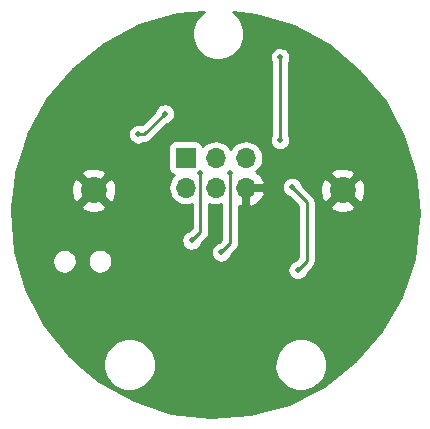
<source format=gbr>
G04 #@! TF.FileFunction,Copper,L2,Bot,Signal*
%FSLAX46Y46*%
G04 Gerber Fmt 4.6, Leading zero omitted, Abs format (unit mm)*
G04 Created by KiCad (PCBNEW 4.0.6) date 08/10/17 10:11:21*
%MOMM*%
%LPD*%
G01*
G04 APERTURE LIST*
%ADD10C,0.100000*%
%ADD11C,2.199640*%
%ADD12R,1.700000X1.700000*%
%ADD13O,1.700000X1.700000*%
%ADD14C,0.500000*%
%ADD15C,0.250000*%
G04 APERTURE END LIST*
D10*
D11*
X156541000Y-86250000D03*
X135459000Y-86250000D03*
D12*
X143250000Y-83500000D03*
D13*
X143250000Y-86040000D03*
X145790000Y-83500000D03*
X145790000Y-86040000D03*
X148330000Y-83500000D03*
X148330000Y-86040000D03*
D14*
X152250000Y-86000000D03*
X152750000Y-93000000D03*
X144500000Y-84750000D03*
X143750000Y-90500000D03*
X147000000Y-84750000D03*
X146250000Y-91500000D03*
X139250000Y-81500000D03*
X141500000Y-79750000D03*
X151250000Y-75000000D03*
X151250000Y-82000000D03*
D15*
X153500000Y-87250000D02*
X152250000Y-86000000D01*
X153500000Y-92250000D02*
X153500000Y-87250000D01*
X152750000Y-93000000D02*
X153500000Y-92250000D01*
X144500000Y-89750000D02*
X144500000Y-84750000D01*
X143750000Y-90500000D02*
X144500000Y-89750000D01*
X147000000Y-90750000D02*
X147000000Y-84750000D01*
X146250000Y-91500000D02*
X147000000Y-90750000D01*
X139750000Y-81500000D02*
X139250000Y-81500000D01*
X141500000Y-79750000D02*
X139750000Y-81500000D01*
X151250000Y-82000000D02*
X151250000Y-75000000D01*
G36*
X144598935Y-71257426D02*
X144287150Y-71562748D01*
X144040607Y-71922815D01*
X143868697Y-72323911D01*
X143777968Y-72750759D01*
X143771875Y-73187101D01*
X143850651Y-73616316D01*
X144011294Y-74022056D01*
X144247687Y-74388866D01*
X144550825Y-74702775D01*
X144909162Y-74951825D01*
X145309048Y-75126531D01*
X145735253Y-75220238D01*
X146171541Y-75229377D01*
X146601296Y-75153600D01*
X146807619Y-75073572D01*
X150373850Y-75073572D01*
X150404826Y-75242350D01*
X150467995Y-75401896D01*
X150500000Y-75451558D01*
X150500000Y-81546517D01*
X150479521Y-81576426D01*
X150411922Y-81734146D01*
X150376245Y-81901993D01*
X150373850Y-82073572D01*
X150404826Y-82242350D01*
X150467995Y-82401896D01*
X150560950Y-82546134D01*
X150680151Y-82669570D01*
X150821057Y-82767503D01*
X150978302Y-82836201D01*
X151145895Y-82873049D01*
X151317454Y-82876643D01*
X151486443Y-82846845D01*
X151646427Y-82784792D01*
X151791311Y-82692846D01*
X151915576Y-82574510D01*
X152014490Y-82434290D01*
X152084284Y-82277529D01*
X152122301Y-82110197D01*
X152125038Y-81914202D01*
X152091708Y-81745873D01*
X152026318Y-81587225D01*
X152000000Y-81547613D01*
X152000000Y-75454831D01*
X152014490Y-75434290D01*
X152084284Y-75277529D01*
X152122301Y-75110197D01*
X152125038Y-74914202D01*
X152091708Y-74745873D01*
X152026318Y-74587225D01*
X151931358Y-74444298D01*
X151810445Y-74322539D01*
X151668185Y-74226583D01*
X151509997Y-74160087D01*
X151341905Y-74125583D01*
X151170313Y-74124385D01*
X151001756Y-74156539D01*
X150842654Y-74220820D01*
X150699069Y-74314780D01*
X150576468Y-74434839D01*
X150479521Y-74576426D01*
X150411922Y-74734146D01*
X150376245Y-74901993D01*
X150373850Y-75073572D01*
X146807619Y-75073572D01*
X147008147Y-74995792D01*
X147376599Y-74761966D01*
X147692616Y-74461027D01*
X147944162Y-74104438D01*
X148121655Y-73705781D01*
X148218336Y-73280241D01*
X148225296Y-72781808D01*
X148140535Y-72353734D01*
X147974242Y-71950277D01*
X147732750Y-71586803D01*
X147425259Y-71277158D01*
X147272912Y-71174399D01*
X149213255Y-71378337D01*
X152424355Y-72372338D01*
X155381230Y-73971114D01*
X157971255Y-76113769D01*
X160095776Y-78718689D01*
X161673871Y-81686654D01*
X162645430Y-84904615D01*
X162973448Y-88250000D01*
X162966733Y-88730907D01*
X162545434Y-92065829D01*
X161484403Y-95255407D01*
X159824053Y-98178152D01*
X157627626Y-100722736D01*
X154978785Y-102792238D01*
X151978422Y-104307831D01*
X148740820Y-105211785D01*
X145389299Y-105469671D01*
X142051517Y-105071664D01*
X138854609Y-104032926D01*
X135920345Y-102393021D01*
X134503394Y-101187101D01*
X136271875Y-101187101D01*
X136350651Y-101616316D01*
X136511294Y-102022056D01*
X136747687Y-102388866D01*
X137050825Y-102702775D01*
X137409162Y-102951825D01*
X137809048Y-103126531D01*
X138235253Y-103220238D01*
X138671541Y-103229377D01*
X139101296Y-103153600D01*
X139508147Y-102995792D01*
X139876599Y-102761966D01*
X140192616Y-102461027D01*
X140444162Y-102104438D01*
X140621655Y-101705781D01*
X140718336Y-101280241D01*
X140719636Y-101187101D01*
X150771875Y-101187101D01*
X150850651Y-101616316D01*
X151011294Y-102022056D01*
X151247687Y-102388866D01*
X151550825Y-102702775D01*
X151909162Y-102951825D01*
X152309048Y-103126531D01*
X152735253Y-103220238D01*
X153171541Y-103229377D01*
X153601296Y-103153600D01*
X154008147Y-102995792D01*
X154376599Y-102761966D01*
X154692616Y-102461027D01*
X154944162Y-102104438D01*
X155121655Y-101705781D01*
X155218336Y-101280241D01*
X155225296Y-100781808D01*
X155140535Y-100353734D01*
X154974242Y-99950277D01*
X154732750Y-99586803D01*
X154425259Y-99277158D01*
X154063480Y-99033135D01*
X153661193Y-98864029D01*
X153233722Y-98776282D01*
X152797349Y-98773235D01*
X152368694Y-98855006D01*
X151964085Y-99018478D01*
X151598935Y-99257426D01*
X151287150Y-99562748D01*
X151040607Y-99922815D01*
X150868697Y-100323911D01*
X150777968Y-100750759D01*
X150771875Y-101187101D01*
X140719636Y-101187101D01*
X140725296Y-100781808D01*
X140640535Y-100353734D01*
X140474242Y-99950277D01*
X140232750Y-99586803D01*
X139925259Y-99277158D01*
X139563480Y-99033135D01*
X139161193Y-98864029D01*
X138733722Y-98776282D01*
X138297349Y-98773235D01*
X137868694Y-98855006D01*
X137464085Y-99018478D01*
X137098935Y-99257426D01*
X136787150Y-99562748D01*
X136540607Y-99922815D01*
X136368697Y-100323911D01*
X136277968Y-100750759D01*
X136271875Y-101187101D01*
X134503394Y-101187101D01*
X133360488Y-100214412D01*
X131272545Y-97580083D01*
X129736043Y-94590374D01*
X129090268Y-92338287D01*
X131948619Y-92338287D01*
X131985791Y-92540820D01*
X132061594Y-92732275D01*
X132173140Y-92905361D01*
X132316181Y-93053485D01*
X132485269Y-93171003D01*
X132673962Y-93253442D01*
X132875074Y-93297659D01*
X133080945Y-93301971D01*
X133283732Y-93266215D01*
X133475712Y-93191750D01*
X133649573Y-93081415D01*
X133798691Y-92939412D01*
X133917388Y-92771149D01*
X134001141Y-92583035D01*
X134046761Y-92382237D01*
X134047374Y-92338287D01*
X134948619Y-92338287D01*
X134985791Y-92540820D01*
X135061594Y-92732275D01*
X135173140Y-92905361D01*
X135316181Y-93053485D01*
X135485269Y-93171003D01*
X135673962Y-93253442D01*
X135875074Y-93297659D01*
X136080945Y-93301971D01*
X136283732Y-93266215D01*
X136475712Y-93191750D01*
X136649573Y-93081415D01*
X136798691Y-92939412D01*
X136917388Y-92771149D01*
X137001141Y-92583035D01*
X137046761Y-92382237D01*
X137050046Y-92147042D01*
X137010050Y-91945048D01*
X136931581Y-91754669D01*
X136817629Y-91583158D01*
X136672534Y-91437046D01*
X136501822Y-91321900D01*
X136311996Y-91242104D01*
X136110286Y-91200699D01*
X135904375Y-91199261D01*
X135702107Y-91237846D01*
X135511185Y-91314983D01*
X135338882Y-91427735D01*
X135191761Y-91571807D01*
X135075425Y-91741711D01*
X134994307Y-91930975D01*
X134951494Y-92132391D01*
X134948619Y-92338287D01*
X134047374Y-92338287D01*
X134050046Y-92147042D01*
X134010050Y-91945048D01*
X133931581Y-91754669D01*
X133817629Y-91583158D01*
X133672534Y-91437046D01*
X133501822Y-91321900D01*
X133311996Y-91242104D01*
X133110286Y-91200699D01*
X132904375Y-91199261D01*
X132702107Y-91237846D01*
X132511185Y-91314983D01*
X132338882Y-91427735D01*
X132191761Y-91571807D01*
X132075425Y-91741711D01*
X131994307Y-91930975D01*
X131951494Y-92132391D01*
X131948619Y-92338287D01*
X129090268Y-92338287D01*
X128809508Y-91359162D01*
X128528231Y-88009523D01*
X128571867Y-87620494D01*
X134406704Y-87620494D01*
X134511893Y-87936375D01*
X134859086Y-88088744D01*
X135229335Y-88170450D01*
X135608408Y-88178354D01*
X135981741Y-88112154D01*
X136334984Y-87974391D01*
X136406107Y-87936375D01*
X136511296Y-87620494D01*
X135459000Y-86568198D01*
X134406704Y-87620494D01*
X128571867Y-87620494D01*
X128708834Y-86399408D01*
X133530646Y-86399408D01*
X133596846Y-86772741D01*
X133734609Y-87125984D01*
X133772625Y-87197107D01*
X134088506Y-87302296D01*
X135140802Y-86250000D01*
X135777198Y-86250000D01*
X136829494Y-87302296D01*
X137145375Y-87197107D01*
X137297744Y-86849914D01*
X137379450Y-86479665D01*
X137387354Y-86100592D01*
X137321154Y-85727259D01*
X137183391Y-85374016D01*
X137145375Y-85302893D01*
X136829494Y-85197704D01*
X135777198Y-86250000D01*
X135140802Y-86250000D01*
X134088506Y-85197704D01*
X133772625Y-85302893D01*
X133620256Y-85650086D01*
X133538550Y-86020335D01*
X133530646Y-86399408D01*
X128708834Y-86399408D01*
X128879318Y-84879506D01*
X134406704Y-84879506D01*
X135459000Y-85931802D01*
X136511296Y-84879506D01*
X136406107Y-84563625D01*
X136058914Y-84411256D01*
X135688665Y-84329550D01*
X135309592Y-84321646D01*
X134936259Y-84387846D01*
X134583016Y-84525609D01*
X134511893Y-84563625D01*
X134406704Y-84879506D01*
X128879318Y-84879506D01*
X128902926Y-84669044D01*
X129543403Y-82650000D01*
X141771976Y-82650000D01*
X141771976Y-84350000D01*
X141779913Y-84449529D01*
X141832191Y-84618341D01*
X141929429Y-84765905D01*
X142063927Y-84880537D01*
X142225037Y-84953160D01*
X142246383Y-84956193D01*
X142217997Y-84979016D01*
X142032958Y-85199537D01*
X141894275Y-85451799D01*
X141807232Y-85726193D01*
X141775144Y-86012269D01*
X141775000Y-86032863D01*
X141775000Y-86047137D01*
X141803091Y-86333633D01*
X141886295Y-86609216D01*
X142021441Y-86863390D01*
X142203383Y-87086472D01*
X142425190Y-87269967D01*
X142678415Y-87406885D01*
X142953410Y-87492010D01*
X143239703Y-87522101D01*
X143526387Y-87496011D01*
X143750000Y-87430198D01*
X143750000Y-89439340D01*
X143540119Y-89649221D01*
X143501756Y-89656539D01*
X143342654Y-89720820D01*
X143199069Y-89814780D01*
X143076468Y-89934839D01*
X142979521Y-90076426D01*
X142911922Y-90234146D01*
X142876245Y-90401993D01*
X142873850Y-90573572D01*
X142904826Y-90742350D01*
X142967995Y-90901896D01*
X143060950Y-91046134D01*
X143180151Y-91169570D01*
X143321057Y-91267503D01*
X143478302Y-91336201D01*
X143645895Y-91373049D01*
X143817454Y-91376643D01*
X143986443Y-91346845D01*
X144146427Y-91284792D01*
X144291311Y-91192846D01*
X144415576Y-91074510D01*
X144514490Y-90934290D01*
X144584284Y-90777529D01*
X144599322Y-90711338D01*
X145030330Y-90280330D01*
X145074267Y-90226840D01*
X145118835Y-90173725D01*
X145120736Y-90170267D01*
X145123238Y-90167221D01*
X145155972Y-90106174D01*
X145189352Y-90045456D01*
X145190544Y-90041698D01*
X145192408Y-90038222D01*
X145212668Y-89971954D01*
X145233611Y-89905934D01*
X145234050Y-89902016D01*
X145235204Y-89898243D01*
X145242209Y-89829284D01*
X145249927Y-89760472D01*
X145249981Y-89752769D01*
X145249996Y-89752618D01*
X145249983Y-89752478D01*
X145250000Y-89750000D01*
X145250000Y-87416662D01*
X145493410Y-87492010D01*
X145779703Y-87522101D01*
X146066387Y-87496011D01*
X146250000Y-87441971D01*
X146250000Y-90439340D01*
X146040119Y-90649221D01*
X146001756Y-90656539D01*
X145842654Y-90720820D01*
X145699069Y-90814780D01*
X145576468Y-90934839D01*
X145479521Y-91076426D01*
X145411922Y-91234146D01*
X145376245Y-91401993D01*
X145373850Y-91573572D01*
X145404826Y-91742350D01*
X145467995Y-91901896D01*
X145560950Y-92046134D01*
X145680151Y-92169570D01*
X145821057Y-92267503D01*
X145978302Y-92336201D01*
X146145895Y-92373049D01*
X146317454Y-92376643D01*
X146486443Y-92346845D01*
X146646427Y-92284792D01*
X146791311Y-92192846D01*
X146915576Y-92074510D01*
X147014490Y-91934290D01*
X147084284Y-91777529D01*
X147099322Y-91711338D01*
X147530330Y-91280330D01*
X147574267Y-91226840D01*
X147618835Y-91173725D01*
X147620736Y-91170267D01*
X147623238Y-91167221D01*
X147655972Y-91106174D01*
X147689352Y-91045456D01*
X147690544Y-91041698D01*
X147692408Y-91038222D01*
X147712668Y-90971954D01*
X147733611Y-90905934D01*
X147734050Y-90902016D01*
X147735204Y-90898243D01*
X147742209Y-90829284D01*
X147749927Y-90760472D01*
X147749981Y-90752769D01*
X147749996Y-90752618D01*
X147749983Y-90752478D01*
X147750000Y-90750000D01*
X147750000Y-87604232D01*
X147839429Y-87641559D01*
X147848117Y-87644186D01*
X148105000Y-87491414D01*
X148105000Y-86265000D01*
X148555000Y-86265000D01*
X148555000Y-87491414D01*
X148811883Y-87644186D01*
X148820571Y-87641559D01*
X149123593Y-87515080D01*
X149396118Y-87331914D01*
X149627673Y-87099101D01*
X149809359Y-86825587D01*
X149934194Y-86521884D01*
X149783577Y-86265000D01*
X148555000Y-86265000D01*
X148105000Y-86265000D01*
X148085000Y-86265000D01*
X148085000Y-86073572D01*
X151373850Y-86073572D01*
X151404826Y-86242350D01*
X151467995Y-86401896D01*
X151560950Y-86546134D01*
X151680151Y-86669570D01*
X151821057Y-86767503D01*
X151978302Y-86836201D01*
X152038854Y-86849514D01*
X152750000Y-87560660D01*
X152750000Y-91939340D01*
X152540119Y-92149221D01*
X152501756Y-92156539D01*
X152342654Y-92220820D01*
X152199069Y-92314780D01*
X152076468Y-92434839D01*
X151979521Y-92576426D01*
X151911922Y-92734146D01*
X151876245Y-92901993D01*
X151873850Y-93073572D01*
X151904826Y-93242350D01*
X151967995Y-93401896D01*
X152060950Y-93546134D01*
X152180151Y-93669570D01*
X152321057Y-93767503D01*
X152478302Y-93836201D01*
X152645895Y-93873049D01*
X152817454Y-93876643D01*
X152986443Y-93846845D01*
X153146427Y-93784792D01*
X153291311Y-93692846D01*
X153415576Y-93574510D01*
X153514490Y-93434290D01*
X153584284Y-93277529D01*
X153599322Y-93211338D01*
X154030330Y-92780330D01*
X154074267Y-92726840D01*
X154118835Y-92673725D01*
X154120736Y-92670267D01*
X154123238Y-92667221D01*
X154155972Y-92606174D01*
X154189352Y-92545456D01*
X154190544Y-92541698D01*
X154192408Y-92538222D01*
X154212668Y-92471954D01*
X154233611Y-92405934D01*
X154234050Y-92402016D01*
X154235204Y-92398243D01*
X154242209Y-92329284D01*
X154249927Y-92260472D01*
X154249981Y-92252769D01*
X154249996Y-92252618D01*
X154249983Y-92252478D01*
X154250000Y-92250000D01*
X154250000Y-87620494D01*
X155488704Y-87620494D01*
X155593893Y-87936375D01*
X155941086Y-88088744D01*
X156311335Y-88170450D01*
X156690408Y-88178354D01*
X157063741Y-88112154D01*
X157416984Y-87974391D01*
X157488107Y-87936375D01*
X157593296Y-87620494D01*
X156541000Y-86568198D01*
X155488704Y-87620494D01*
X154250000Y-87620494D01*
X154250000Y-87250000D01*
X154243243Y-87181093D01*
X154237201Y-87112036D01*
X154236101Y-87108249D01*
X154235716Y-87104324D01*
X154215681Y-87037963D01*
X154196364Y-86971474D01*
X154194551Y-86967977D01*
X154193410Y-86964197D01*
X154160861Y-86902982D01*
X154129003Y-86841521D01*
X154126543Y-86838440D01*
X154124691Y-86834956D01*
X154080893Y-86781254D01*
X154037683Y-86727126D01*
X154032272Y-86721639D01*
X154032178Y-86721524D01*
X154032072Y-86721436D01*
X154030330Y-86719670D01*
X153710068Y-86399408D01*
X154612646Y-86399408D01*
X154678846Y-86772741D01*
X154816609Y-87125984D01*
X154854625Y-87197107D01*
X155170506Y-87302296D01*
X156222802Y-86250000D01*
X156859198Y-86250000D01*
X157911494Y-87302296D01*
X158227375Y-87197107D01*
X158379744Y-86849914D01*
X158461450Y-86479665D01*
X158469354Y-86100592D01*
X158403154Y-85727259D01*
X158265391Y-85374016D01*
X158227375Y-85302893D01*
X157911494Y-85197704D01*
X156859198Y-86250000D01*
X156222802Y-86250000D01*
X155170506Y-85197704D01*
X154854625Y-85302893D01*
X154702256Y-85650086D01*
X154620550Y-86020335D01*
X154612646Y-86399408D01*
X153710068Y-86399408D01*
X153100392Y-85789732D01*
X153091708Y-85745873D01*
X153026318Y-85587225D01*
X152931358Y-85444298D01*
X152810445Y-85322539D01*
X152668185Y-85226583D01*
X152509997Y-85160087D01*
X152341905Y-85125583D01*
X152170313Y-85124385D01*
X152001756Y-85156539D01*
X151842654Y-85220820D01*
X151699069Y-85314780D01*
X151576468Y-85434839D01*
X151479521Y-85576426D01*
X151411922Y-85734146D01*
X151376245Y-85901993D01*
X151373850Y-86073572D01*
X148085000Y-86073572D01*
X148085000Y-85815000D01*
X148105000Y-85815000D01*
X148105000Y-85795000D01*
X148555000Y-85795000D01*
X148555000Y-85815000D01*
X149783577Y-85815000D01*
X149934194Y-85558116D01*
X149809359Y-85254413D01*
X149627673Y-84980899D01*
X149526828Y-84879506D01*
X155488704Y-84879506D01*
X156541000Y-85931802D01*
X157593296Y-84879506D01*
X157488107Y-84563625D01*
X157140914Y-84411256D01*
X156770665Y-84329550D01*
X156391592Y-84321646D01*
X156018259Y-84387846D01*
X155665016Y-84525609D01*
X155593893Y-84563625D01*
X155488704Y-84879506D01*
X149526828Y-84879506D01*
X149396118Y-84748086D01*
X149250784Y-84650406D01*
X149362003Y-84560984D01*
X149547042Y-84340463D01*
X149685725Y-84088201D01*
X149772768Y-83813807D01*
X149804856Y-83527731D01*
X149805000Y-83507137D01*
X149805000Y-83492863D01*
X149776909Y-83206367D01*
X149693705Y-82930784D01*
X149558559Y-82676610D01*
X149376617Y-82453528D01*
X149154810Y-82270033D01*
X148901585Y-82133115D01*
X148626590Y-82047990D01*
X148340297Y-82017899D01*
X148053613Y-82043989D01*
X147777455Y-82125267D01*
X147522344Y-82258636D01*
X147297997Y-82439016D01*
X147112958Y-82659537D01*
X147060356Y-82755219D01*
X147018559Y-82676610D01*
X146836617Y-82453528D01*
X146614810Y-82270033D01*
X146361585Y-82133115D01*
X146086590Y-82047990D01*
X145800297Y-82017899D01*
X145513613Y-82043989D01*
X145237455Y-82125267D01*
X144982344Y-82258636D01*
X144757997Y-82439016D01*
X144705095Y-82502062D01*
X144667809Y-82381659D01*
X144570571Y-82234095D01*
X144436073Y-82119463D01*
X144274963Y-82046840D01*
X144100000Y-82021976D01*
X142400000Y-82021976D01*
X142300471Y-82029913D01*
X142131659Y-82082191D01*
X141984095Y-82179429D01*
X141869463Y-82313927D01*
X141796840Y-82475037D01*
X141771976Y-82650000D01*
X129543403Y-82650000D01*
X129884866Y-81573572D01*
X138373850Y-81573572D01*
X138404826Y-81742350D01*
X138467995Y-81901896D01*
X138560950Y-82046134D01*
X138680151Y-82169570D01*
X138821057Y-82267503D01*
X138978302Y-82336201D01*
X139145895Y-82373049D01*
X139317454Y-82376643D01*
X139486443Y-82346845D01*
X139646427Y-82284792D01*
X139701251Y-82250000D01*
X139750000Y-82250000D01*
X139818907Y-82243243D01*
X139887964Y-82237201D01*
X139891751Y-82236101D01*
X139895676Y-82235716D01*
X139962024Y-82215685D01*
X140028527Y-82196364D01*
X140032026Y-82194550D01*
X140035803Y-82193410D01*
X140097000Y-82160871D01*
X140158479Y-82129003D01*
X140161560Y-82126543D01*
X140165044Y-82124691D01*
X140218746Y-82080893D01*
X140272874Y-82037683D01*
X140278361Y-82032272D01*
X140278476Y-82032178D01*
X140278564Y-82032072D01*
X140280330Y-82030330D01*
X141708971Y-80601689D01*
X141736443Y-80596845D01*
X141896427Y-80534792D01*
X142041311Y-80442846D01*
X142165576Y-80324510D01*
X142264490Y-80184290D01*
X142334284Y-80027529D01*
X142372301Y-79860197D01*
X142375038Y-79664202D01*
X142341708Y-79495873D01*
X142276318Y-79337225D01*
X142181358Y-79194298D01*
X142060445Y-79072539D01*
X141918185Y-78976583D01*
X141759997Y-78910087D01*
X141591905Y-78875583D01*
X141420313Y-78874385D01*
X141251756Y-78906539D01*
X141092654Y-78970820D01*
X140949069Y-79064780D01*
X140826468Y-79184839D01*
X140729521Y-79326426D01*
X140661922Y-79484146D01*
X140650241Y-79539099D01*
X139523554Y-80665786D01*
X139509997Y-80660087D01*
X139341905Y-80625583D01*
X139170313Y-80624385D01*
X139001756Y-80656539D01*
X138842654Y-80720820D01*
X138699069Y-80814780D01*
X138576468Y-80934839D01*
X138479521Y-81076426D01*
X138411922Y-81234146D01*
X138376245Y-81401993D01*
X138373850Y-81573572D01*
X129884866Y-81573572D01*
X129919320Y-81464962D01*
X131538701Y-78519320D01*
X133699385Y-75944317D01*
X136319073Y-73838033D01*
X139297983Y-72280697D01*
X142522648Y-71331627D01*
X144802629Y-71124132D01*
X144598935Y-71257426D01*
X144598935Y-71257426D01*
G37*
X144598935Y-71257426D02*
X144287150Y-71562748D01*
X144040607Y-71922815D01*
X143868697Y-72323911D01*
X143777968Y-72750759D01*
X143771875Y-73187101D01*
X143850651Y-73616316D01*
X144011294Y-74022056D01*
X144247687Y-74388866D01*
X144550825Y-74702775D01*
X144909162Y-74951825D01*
X145309048Y-75126531D01*
X145735253Y-75220238D01*
X146171541Y-75229377D01*
X146601296Y-75153600D01*
X146807619Y-75073572D01*
X150373850Y-75073572D01*
X150404826Y-75242350D01*
X150467995Y-75401896D01*
X150500000Y-75451558D01*
X150500000Y-81546517D01*
X150479521Y-81576426D01*
X150411922Y-81734146D01*
X150376245Y-81901993D01*
X150373850Y-82073572D01*
X150404826Y-82242350D01*
X150467995Y-82401896D01*
X150560950Y-82546134D01*
X150680151Y-82669570D01*
X150821057Y-82767503D01*
X150978302Y-82836201D01*
X151145895Y-82873049D01*
X151317454Y-82876643D01*
X151486443Y-82846845D01*
X151646427Y-82784792D01*
X151791311Y-82692846D01*
X151915576Y-82574510D01*
X152014490Y-82434290D01*
X152084284Y-82277529D01*
X152122301Y-82110197D01*
X152125038Y-81914202D01*
X152091708Y-81745873D01*
X152026318Y-81587225D01*
X152000000Y-81547613D01*
X152000000Y-75454831D01*
X152014490Y-75434290D01*
X152084284Y-75277529D01*
X152122301Y-75110197D01*
X152125038Y-74914202D01*
X152091708Y-74745873D01*
X152026318Y-74587225D01*
X151931358Y-74444298D01*
X151810445Y-74322539D01*
X151668185Y-74226583D01*
X151509997Y-74160087D01*
X151341905Y-74125583D01*
X151170313Y-74124385D01*
X151001756Y-74156539D01*
X150842654Y-74220820D01*
X150699069Y-74314780D01*
X150576468Y-74434839D01*
X150479521Y-74576426D01*
X150411922Y-74734146D01*
X150376245Y-74901993D01*
X150373850Y-75073572D01*
X146807619Y-75073572D01*
X147008147Y-74995792D01*
X147376599Y-74761966D01*
X147692616Y-74461027D01*
X147944162Y-74104438D01*
X148121655Y-73705781D01*
X148218336Y-73280241D01*
X148225296Y-72781808D01*
X148140535Y-72353734D01*
X147974242Y-71950277D01*
X147732750Y-71586803D01*
X147425259Y-71277158D01*
X147272912Y-71174399D01*
X149213255Y-71378337D01*
X152424355Y-72372338D01*
X155381230Y-73971114D01*
X157971255Y-76113769D01*
X160095776Y-78718689D01*
X161673871Y-81686654D01*
X162645430Y-84904615D01*
X162973448Y-88250000D01*
X162966733Y-88730907D01*
X162545434Y-92065829D01*
X161484403Y-95255407D01*
X159824053Y-98178152D01*
X157627626Y-100722736D01*
X154978785Y-102792238D01*
X151978422Y-104307831D01*
X148740820Y-105211785D01*
X145389299Y-105469671D01*
X142051517Y-105071664D01*
X138854609Y-104032926D01*
X135920345Y-102393021D01*
X134503394Y-101187101D01*
X136271875Y-101187101D01*
X136350651Y-101616316D01*
X136511294Y-102022056D01*
X136747687Y-102388866D01*
X137050825Y-102702775D01*
X137409162Y-102951825D01*
X137809048Y-103126531D01*
X138235253Y-103220238D01*
X138671541Y-103229377D01*
X139101296Y-103153600D01*
X139508147Y-102995792D01*
X139876599Y-102761966D01*
X140192616Y-102461027D01*
X140444162Y-102104438D01*
X140621655Y-101705781D01*
X140718336Y-101280241D01*
X140719636Y-101187101D01*
X150771875Y-101187101D01*
X150850651Y-101616316D01*
X151011294Y-102022056D01*
X151247687Y-102388866D01*
X151550825Y-102702775D01*
X151909162Y-102951825D01*
X152309048Y-103126531D01*
X152735253Y-103220238D01*
X153171541Y-103229377D01*
X153601296Y-103153600D01*
X154008147Y-102995792D01*
X154376599Y-102761966D01*
X154692616Y-102461027D01*
X154944162Y-102104438D01*
X155121655Y-101705781D01*
X155218336Y-101280241D01*
X155225296Y-100781808D01*
X155140535Y-100353734D01*
X154974242Y-99950277D01*
X154732750Y-99586803D01*
X154425259Y-99277158D01*
X154063480Y-99033135D01*
X153661193Y-98864029D01*
X153233722Y-98776282D01*
X152797349Y-98773235D01*
X152368694Y-98855006D01*
X151964085Y-99018478D01*
X151598935Y-99257426D01*
X151287150Y-99562748D01*
X151040607Y-99922815D01*
X150868697Y-100323911D01*
X150777968Y-100750759D01*
X150771875Y-101187101D01*
X140719636Y-101187101D01*
X140725296Y-100781808D01*
X140640535Y-100353734D01*
X140474242Y-99950277D01*
X140232750Y-99586803D01*
X139925259Y-99277158D01*
X139563480Y-99033135D01*
X139161193Y-98864029D01*
X138733722Y-98776282D01*
X138297349Y-98773235D01*
X137868694Y-98855006D01*
X137464085Y-99018478D01*
X137098935Y-99257426D01*
X136787150Y-99562748D01*
X136540607Y-99922815D01*
X136368697Y-100323911D01*
X136277968Y-100750759D01*
X136271875Y-101187101D01*
X134503394Y-101187101D01*
X133360488Y-100214412D01*
X131272545Y-97580083D01*
X129736043Y-94590374D01*
X129090268Y-92338287D01*
X131948619Y-92338287D01*
X131985791Y-92540820D01*
X132061594Y-92732275D01*
X132173140Y-92905361D01*
X132316181Y-93053485D01*
X132485269Y-93171003D01*
X132673962Y-93253442D01*
X132875074Y-93297659D01*
X133080945Y-93301971D01*
X133283732Y-93266215D01*
X133475712Y-93191750D01*
X133649573Y-93081415D01*
X133798691Y-92939412D01*
X133917388Y-92771149D01*
X134001141Y-92583035D01*
X134046761Y-92382237D01*
X134047374Y-92338287D01*
X134948619Y-92338287D01*
X134985791Y-92540820D01*
X135061594Y-92732275D01*
X135173140Y-92905361D01*
X135316181Y-93053485D01*
X135485269Y-93171003D01*
X135673962Y-93253442D01*
X135875074Y-93297659D01*
X136080945Y-93301971D01*
X136283732Y-93266215D01*
X136475712Y-93191750D01*
X136649573Y-93081415D01*
X136798691Y-92939412D01*
X136917388Y-92771149D01*
X137001141Y-92583035D01*
X137046761Y-92382237D01*
X137050046Y-92147042D01*
X137010050Y-91945048D01*
X136931581Y-91754669D01*
X136817629Y-91583158D01*
X136672534Y-91437046D01*
X136501822Y-91321900D01*
X136311996Y-91242104D01*
X136110286Y-91200699D01*
X135904375Y-91199261D01*
X135702107Y-91237846D01*
X135511185Y-91314983D01*
X135338882Y-91427735D01*
X135191761Y-91571807D01*
X135075425Y-91741711D01*
X134994307Y-91930975D01*
X134951494Y-92132391D01*
X134948619Y-92338287D01*
X134047374Y-92338287D01*
X134050046Y-92147042D01*
X134010050Y-91945048D01*
X133931581Y-91754669D01*
X133817629Y-91583158D01*
X133672534Y-91437046D01*
X133501822Y-91321900D01*
X133311996Y-91242104D01*
X133110286Y-91200699D01*
X132904375Y-91199261D01*
X132702107Y-91237846D01*
X132511185Y-91314983D01*
X132338882Y-91427735D01*
X132191761Y-91571807D01*
X132075425Y-91741711D01*
X131994307Y-91930975D01*
X131951494Y-92132391D01*
X131948619Y-92338287D01*
X129090268Y-92338287D01*
X128809508Y-91359162D01*
X128528231Y-88009523D01*
X128571867Y-87620494D01*
X134406704Y-87620494D01*
X134511893Y-87936375D01*
X134859086Y-88088744D01*
X135229335Y-88170450D01*
X135608408Y-88178354D01*
X135981741Y-88112154D01*
X136334984Y-87974391D01*
X136406107Y-87936375D01*
X136511296Y-87620494D01*
X135459000Y-86568198D01*
X134406704Y-87620494D01*
X128571867Y-87620494D01*
X128708834Y-86399408D01*
X133530646Y-86399408D01*
X133596846Y-86772741D01*
X133734609Y-87125984D01*
X133772625Y-87197107D01*
X134088506Y-87302296D01*
X135140802Y-86250000D01*
X135777198Y-86250000D01*
X136829494Y-87302296D01*
X137145375Y-87197107D01*
X137297744Y-86849914D01*
X137379450Y-86479665D01*
X137387354Y-86100592D01*
X137321154Y-85727259D01*
X137183391Y-85374016D01*
X137145375Y-85302893D01*
X136829494Y-85197704D01*
X135777198Y-86250000D01*
X135140802Y-86250000D01*
X134088506Y-85197704D01*
X133772625Y-85302893D01*
X133620256Y-85650086D01*
X133538550Y-86020335D01*
X133530646Y-86399408D01*
X128708834Y-86399408D01*
X128879318Y-84879506D01*
X134406704Y-84879506D01*
X135459000Y-85931802D01*
X136511296Y-84879506D01*
X136406107Y-84563625D01*
X136058914Y-84411256D01*
X135688665Y-84329550D01*
X135309592Y-84321646D01*
X134936259Y-84387846D01*
X134583016Y-84525609D01*
X134511893Y-84563625D01*
X134406704Y-84879506D01*
X128879318Y-84879506D01*
X128902926Y-84669044D01*
X129543403Y-82650000D01*
X141771976Y-82650000D01*
X141771976Y-84350000D01*
X141779913Y-84449529D01*
X141832191Y-84618341D01*
X141929429Y-84765905D01*
X142063927Y-84880537D01*
X142225037Y-84953160D01*
X142246383Y-84956193D01*
X142217997Y-84979016D01*
X142032958Y-85199537D01*
X141894275Y-85451799D01*
X141807232Y-85726193D01*
X141775144Y-86012269D01*
X141775000Y-86032863D01*
X141775000Y-86047137D01*
X141803091Y-86333633D01*
X141886295Y-86609216D01*
X142021441Y-86863390D01*
X142203383Y-87086472D01*
X142425190Y-87269967D01*
X142678415Y-87406885D01*
X142953410Y-87492010D01*
X143239703Y-87522101D01*
X143526387Y-87496011D01*
X143750000Y-87430198D01*
X143750000Y-89439340D01*
X143540119Y-89649221D01*
X143501756Y-89656539D01*
X143342654Y-89720820D01*
X143199069Y-89814780D01*
X143076468Y-89934839D01*
X142979521Y-90076426D01*
X142911922Y-90234146D01*
X142876245Y-90401993D01*
X142873850Y-90573572D01*
X142904826Y-90742350D01*
X142967995Y-90901896D01*
X143060950Y-91046134D01*
X143180151Y-91169570D01*
X143321057Y-91267503D01*
X143478302Y-91336201D01*
X143645895Y-91373049D01*
X143817454Y-91376643D01*
X143986443Y-91346845D01*
X144146427Y-91284792D01*
X144291311Y-91192846D01*
X144415576Y-91074510D01*
X144514490Y-90934290D01*
X144584284Y-90777529D01*
X144599322Y-90711338D01*
X145030330Y-90280330D01*
X145074267Y-90226840D01*
X145118835Y-90173725D01*
X145120736Y-90170267D01*
X145123238Y-90167221D01*
X145155972Y-90106174D01*
X145189352Y-90045456D01*
X145190544Y-90041698D01*
X145192408Y-90038222D01*
X145212668Y-89971954D01*
X145233611Y-89905934D01*
X145234050Y-89902016D01*
X145235204Y-89898243D01*
X145242209Y-89829284D01*
X145249927Y-89760472D01*
X145249981Y-89752769D01*
X145249996Y-89752618D01*
X145249983Y-89752478D01*
X145250000Y-89750000D01*
X145250000Y-87416662D01*
X145493410Y-87492010D01*
X145779703Y-87522101D01*
X146066387Y-87496011D01*
X146250000Y-87441971D01*
X146250000Y-90439340D01*
X146040119Y-90649221D01*
X146001756Y-90656539D01*
X145842654Y-90720820D01*
X145699069Y-90814780D01*
X145576468Y-90934839D01*
X145479521Y-91076426D01*
X145411922Y-91234146D01*
X145376245Y-91401993D01*
X145373850Y-91573572D01*
X145404826Y-91742350D01*
X145467995Y-91901896D01*
X145560950Y-92046134D01*
X145680151Y-92169570D01*
X145821057Y-92267503D01*
X145978302Y-92336201D01*
X146145895Y-92373049D01*
X146317454Y-92376643D01*
X146486443Y-92346845D01*
X146646427Y-92284792D01*
X146791311Y-92192846D01*
X146915576Y-92074510D01*
X147014490Y-91934290D01*
X147084284Y-91777529D01*
X147099322Y-91711338D01*
X147530330Y-91280330D01*
X147574267Y-91226840D01*
X147618835Y-91173725D01*
X147620736Y-91170267D01*
X147623238Y-91167221D01*
X147655972Y-91106174D01*
X147689352Y-91045456D01*
X147690544Y-91041698D01*
X147692408Y-91038222D01*
X147712668Y-90971954D01*
X147733611Y-90905934D01*
X147734050Y-90902016D01*
X147735204Y-90898243D01*
X147742209Y-90829284D01*
X147749927Y-90760472D01*
X147749981Y-90752769D01*
X147749996Y-90752618D01*
X147749983Y-90752478D01*
X147750000Y-90750000D01*
X147750000Y-87604232D01*
X147839429Y-87641559D01*
X147848117Y-87644186D01*
X148105000Y-87491414D01*
X148105000Y-86265000D01*
X148555000Y-86265000D01*
X148555000Y-87491414D01*
X148811883Y-87644186D01*
X148820571Y-87641559D01*
X149123593Y-87515080D01*
X149396118Y-87331914D01*
X149627673Y-87099101D01*
X149809359Y-86825587D01*
X149934194Y-86521884D01*
X149783577Y-86265000D01*
X148555000Y-86265000D01*
X148105000Y-86265000D01*
X148085000Y-86265000D01*
X148085000Y-86073572D01*
X151373850Y-86073572D01*
X151404826Y-86242350D01*
X151467995Y-86401896D01*
X151560950Y-86546134D01*
X151680151Y-86669570D01*
X151821057Y-86767503D01*
X151978302Y-86836201D01*
X152038854Y-86849514D01*
X152750000Y-87560660D01*
X152750000Y-91939340D01*
X152540119Y-92149221D01*
X152501756Y-92156539D01*
X152342654Y-92220820D01*
X152199069Y-92314780D01*
X152076468Y-92434839D01*
X151979521Y-92576426D01*
X151911922Y-92734146D01*
X151876245Y-92901993D01*
X151873850Y-93073572D01*
X151904826Y-93242350D01*
X151967995Y-93401896D01*
X152060950Y-93546134D01*
X152180151Y-93669570D01*
X152321057Y-93767503D01*
X152478302Y-93836201D01*
X152645895Y-93873049D01*
X152817454Y-93876643D01*
X152986443Y-93846845D01*
X153146427Y-93784792D01*
X153291311Y-93692846D01*
X153415576Y-93574510D01*
X153514490Y-93434290D01*
X153584284Y-93277529D01*
X153599322Y-93211338D01*
X154030330Y-92780330D01*
X154074267Y-92726840D01*
X154118835Y-92673725D01*
X154120736Y-92670267D01*
X154123238Y-92667221D01*
X154155972Y-92606174D01*
X154189352Y-92545456D01*
X154190544Y-92541698D01*
X154192408Y-92538222D01*
X154212668Y-92471954D01*
X154233611Y-92405934D01*
X154234050Y-92402016D01*
X154235204Y-92398243D01*
X154242209Y-92329284D01*
X154249927Y-92260472D01*
X154249981Y-92252769D01*
X154249996Y-92252618D01*
X154249983Y-92252478D01*
X154250000Y-92250000D01*
X154250000Y-87620494D01*
X155488704Y-87620494D01*
X155593893Y-87936375D01*
X155941086Y-88088744D01*
X156311335Y-88170450D01*
X156690408Y-88178354D01*
X157063741Y-88112154D01*
X157416984Y-87974391D01*
X157488107Y-87936375D01*
X157593296Y-87620494D01*
X156541000Y-86568198D01*
X155488704Y-87620494D01*
X154250000Y-87620494D01*
X154250000Y-87250000D01*
X154243243Y-87181093D01*
X154237201Y-87112036D01*
X154236101Y-87108249D01*
X154235716Y-87104324D01*
X154215681Y-87037963D01*
X154196364Y-86971474D01*
X154194551Y-86967977D01*
X154193410Y-86964197D01*
X154160861Y-86902982D01*
X154129003Y-86841521D01*
X154126543Y-86838440D01*
X154124691Y-86834956D01*
X154080893Y-86781254D01*
X154037683Y-86727126D01*
X154032272Y-86721639D01*
X154032178Y-86721524D01*
X154032072Y-86721436D01*
X154030330Y-86719670D01*
X153710068Y-86399408D01*
X154612646Y-86399408D01*
X154678846Y-86772741D01*
X154816609Y-87125984D01*
X154854625Y-87197107D01*
X155170506Y-87302296D01*
X156222802Y-86250000D01*
X156859198Y-86250000D01*
X157911494Y-87302296D01*
X158227375Y-87197107D01*
X158379744Y-86849914D01*
X158461450Y-86479665D01*
X158469354Y-86100592D01*
X158403154Y-85727259D01*
X158265391Y-85374016D01*
X158227375Y-85302893D01*
X157911494Y-85197704D01*
X156859198Y-86250000D01*
X156222802Y-86250000D01*
X155170506Y-85197704D01*
X154854625Y-85302893D01*
X154702256Y-85650086D01*
X154620550Y-86020335D01*
X154612646Y-86399408D01*
X153710068Y-86399408D01*
X153100392Y-85789732D01*
X153091708Y-85745873D01*
X153026318Y-85587225D01*
X152931358Y-85444298D01*
X152810445Y-85322539D01*
X152668185Y-85226583D01*
X152509997Y-85160087D01*
X152341905Y-85125583D01*
X152170313Y-85124385D01*
X152001756Y-85156539D01*
X151842654Y-85220820D01*
X151699069Y-85314780D01*
X151576468Y-85434839D01*
X151479521Y-85576426D01*
X151411922Y-85734146D01*
X151376245Y-85901993D01*
X151373850Y-86073572D01*
X148085000Y-86073572D01*
X148085000Y-85815000D01*
X148105000Y-85815000D01*
X148105000Y-85795000D01*
X148555000Y-85795000D01*
X148555000Y-85815000D01*
X149783577Y-85815000D01*
X149934194Y-85558116D01*
X149809359Y-85254413D01*
X149627673Y-84980899D01*
X149526828Y-84879506D01*
X155488704Y-84879506D01*
X156541000Y-85931802D01*
X157593296Y-84879506D01*
X157488107Y-84563625D01*
X157140914Y-84411256D01*
X156770665Y-84329550D01*
X156391592Y-84321646D01*
X156018259Y-84387846D01*
X155665016Y-84525609D01*
X155593893Y-84563625D01*
X155488704Y-84879506D01*
X149526828Y-84879506D01*
X149396118Y-84748086D01*
X149250784Y-84650406D01*
X149362003Y-84560984D01*
X149547042Y-84340463D01*
X149685725Y-84088201D01*
X149772768Y-83813807D01*
X149804856Y-83527731D01*
X149805000Y-83507137D01*
X149805000Y-83492863D01*
X149776909Y-83206367D01*
X149693705Y-82930784D01*
X149558559Y-82676610D01*
X149376617Y-82453528D01*
X149154810Y-82270033D01*
X148901585Y-82133115D01*
X148626590Y-82047990D01*
X148340297Y-82017899D01*
X148053613Y-82043989D01*
X147777455Y-82125267D01*
X147522344Y-82258636D01*
X147297997Y-82439016D01*
X147112958Y-82659537D01*
X147060356Y-82755219D01*
X147018559Y-82676610D01*
X146836617Y-82453528D01*
X146614810Y-82270033D01*
X146361585Y-82133115D01*
X146086590Y-82047990D01*
X145800297Y-82017899D01*
X145513613Y-82043989D01*
X145237455Y-82125267D01*
X144982344Y-82258636D01*
X144757997Y-82439016D01*
X144705095Y-82502062D01*
X144667809Y-82381659D01*
X144570571Y-82234095D01*
X144436073Y-82119463D01*
X144274963Y-82046840D01*
X144100000Y-82021976D01*
X142400000Y-82021976D01*
X142300471Y-82029913D01*
X142131659Y-82082191D01*
X141984095Y-82179429D01*
X141869463Y-82313927D01*
X141796840Y-82475037D01*
X141771976Y-82650000D01*
X129543403Y-82650000D01*
X129884866Y-81573572D01*
X138373850Y-81573572D01*
X138404826Y-81742350D01*
X138467995Y-81901896D01*
X138560950Y-82046134D01*
X138680151Y-82169570D01*
X138821057Y-82267503D01*
X138978302Y-82336201D01*
X139145895Y-82373049D01*
X139317454Y-82376643D01*
X139486443Y-82346845D01*
X139646427Y-82284792D01*
X139701251Y-82250000D01*
X139750000Y-82250000D01*
X139818907Y-82243243D01*
X139887964Y-82237201D01*
X139891751Y-82236101D01*
X139895676Y-82235716D01*
X139962024Y-82215685D01*
X140028527Y-82196364D01*
X140032026Y-82194550D01*
X140035803Y-82193410D01*
X140097000Y-82160871D01*
X140158479Y-82129003D01*
X140161560Y-82126543D01*
X140165044Y-82124691D01*
X140218746Y-82080893D01*
X140272874Y-82037683D01*
X140278361Y-82032272D01*
X140278476Y-82032178D01*
X140278564Y-82032072D01*
X140280330Y-82030330D01*
X141708971Y-80601689D01*
X141736443Y-80596845D01*
X141896427Y-80534792D01*
X142041311Y-80442846D01*
X142165576Y-80324510D01*
X142264490Y-80184290D01*
X142334284Y-80027529D01*
X142372301Y-79860197D01*
X142375038Y-79664202D01*
X142341708Y-79495873D01*
X142276318Y-79337225D01*
X142181358Y-79194298D01*
X142060445Y-79072539D01*
X141918185Y-78976583D01*
X141759997Y-78910087D01*
X141591905Y-78875583D01*
X141420313Y-78874385D01*
X141251756Y-78906539D01*
X141092654Y-78970820D01*
X140949069Y-79064780D01*
X140826468Y-79184839D01*
X140729521Y-79326426D01*
X140661922Y-79484146D01*
X140650241Y-79539099D01*
X139523554Y-80665786D01*
X139509997Y-80660087D01*
X139341905Y-80625583D01*
X139170313Y-80624385D01*
X139001756Y-80656539D01*
X138842654Y-80720820D01*
X138699069Y-80814780D01*
X138576468Y-80934839D01*
X138479521Y-81076426D01*
X138411922Y-81234146D01*
X138376245Y-81401993D01*
X138373850Y-81573572D01*
X129884866Y-81573572D01*
X129919320Y-81464962D01*
X131538701Y-78519320D01*
X133699385Y-75944317D01*
X136319073Y-73838033D01*
X139297983Y-72280697D01*
X142522648Y-71331627D01*
X144802629Y-71124132D01*
X144598935Y-71257426D01*
M02*

</source>
